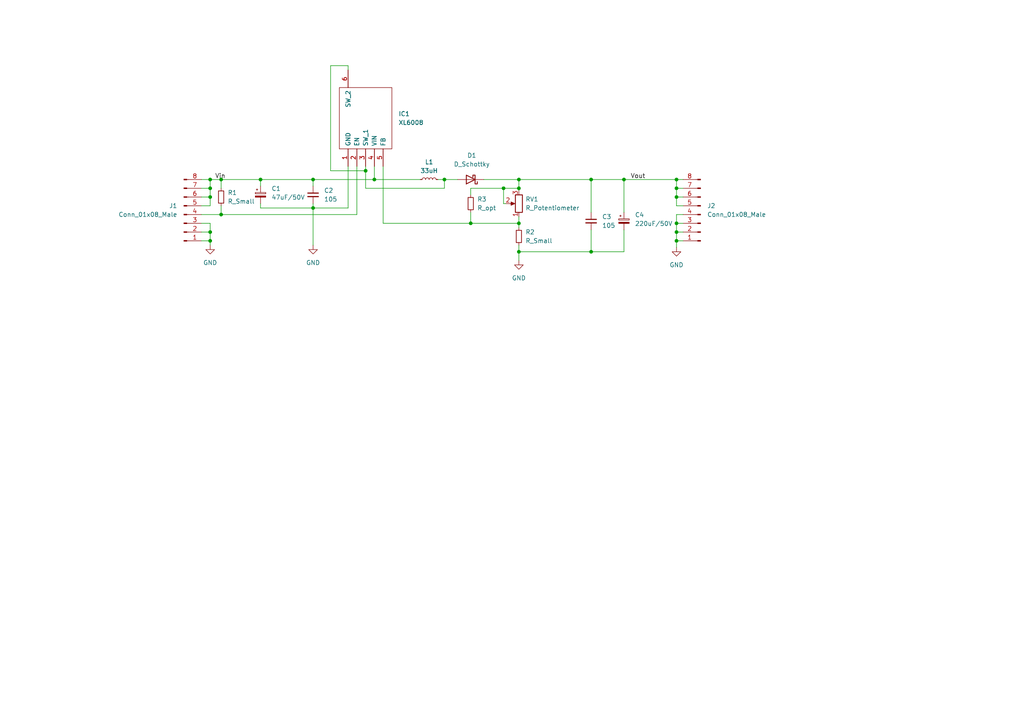
<source format=kicad_sch>
(kicad_sch (version 20211123) (generator eeschema)
  (paper "A4")
  (lib_symbols
    (symbol "Connector:Conn_01x08_Male" (pin_names (offset 1.016) hide)
      (property "Reference" "J" (at 0 10.16 0))
      (property "Value" "Conn_01x08_Male" (at 0 -12.7 0))
      (symbol "Conn_01x08_Male_1_1"
        (polyline (pts (xy 1.27 -10.16) (xy 0.8636 -10.16)) (stroke (width 0.1524)))
        (polyline (pts (xy 1.27 -7.62) (xy 0.8636 -7.62)) (stroke (width 0.1524)))
        (polyline (pts (xy 1.27 -5.08) (xy 0.8636 -5.08)) (stroke (width 0.1524)))
        (polyline (pts (xy 1.27 -2.54) (xy 0.8636 -2.54)) (stroke (width 0.1524)))
        (polyline (pts (xy 1.27 0) (xy 0.8636 0)) (stroke (width 0.1524)))
        (polyline (pts (xy 1.27 2.54) (xy 0.8636 2.54)) (stroke (width 0.1524)))
        (polyline (pts (xy 1.27 5.08) (xy 0.8636 5.08)) (stroke (width 0.1524)))
        (polyline (pts (xy 1.27 7.62) (xy 0.8636 7.62)) (stroke (width 0.1524)))
        (rectangle (start 0.8636 -10.033) (end 0 -10.287) (stroke (width 0.1524)) (fill (type outline)))
        (rectangle (start 0.8636 -7.493) (end 0 -7.747) (stroke (width 0.1524)) (fill (type outline)))
        (rectangle (start 0.8636 -4.953) (end 0 -5.207) (stroke (width 0.1524)) (fill (type outline)))
        (rectangle (start 0.8636 -2.413) (end 0 -2.667) (stroke (width 0.1524)) (fill (type outline)))
        (rectangle (start 0.8636 0.127) (end 0 -0.127) (stroke (width 0.1524)) (fill (type outline)))
        (rectangle (start 0.8636 2.667) (end 0 2.413) (stroke (width 0.1524)) (fill (type outline)))
        (rectangle (start 0.8636 5.207) (end 0 4.953) (stroke (width 0.1524)) (fill (type outline)))
        (rectangle (start 0.8636 7.747) (end 0 7.493) (stroke (width 0.1524)) (fill (type outline)))
        (pin passive line (at 5.08 7.62 180) (length 3.81) (name "Pin_1") (number "1"))
        (pin passive line (at 5.08 5.08 180) (length 3.81) (name "Pin_2") (number "2"))
        (pin passive line (at 5.08 2.54 180) (length 3.81) (name "Pin_3") (number "3"))
        (pin passive line (at 5.08 0 180) (length 3.81) (name "Pin_4") (number "4"))
        (pin passive line (at 5.08 -2.54 180) (length 3.81) (name "Pin_5") (number "5"))
        (pin passive line (at 5.08 -5.08 180) (length 3.81) (name "Pin_6") (number "6"))
        (pin passive line (at 5.08 -7.62 180) (length 3.81) (name "Pin_7") (number "7"))
        (pin passive line (at 5.08 -10.16 180) (length 3.81) (name "Pin_8") (number "8"))
      )
    )
    (symbol "Device:C_Polarized_Small" (pin_numbers hide) (pin_names (offset 0.254) hide)
      (property "Reference" "C" (at 0.254 1.778 0))
      (property "Value" "C_Polarized_Small" (at 0.254 -2.032 0))
      (symbol "C_Polarized_Small_0_1"
        (rectangle (start -1.524 -0.3048) (end 1.524 -0.6858) (fill (type outline)))
        (rectangle (start -1.524 0.6858) (end 1.524 0.3048))
        (polyline (pts (xy -1.27 1.524) (xy -0.762 1.524)))
        (polyline (pts (xy -1.016 1.27) (xy -1.016 1.778)))
      )
      (symbol "C_Polarized_Small_1_1"
        (pin passive line (at 0 2.54 270) (length 1.8542) (name "~") (number "1"))
        (pin passive line (at 0 -2.54 90) (length 1.8542) (name "~") (number "2"))
      )
    )
    (symbol "Device:C_Small" (pin_numbers hide) (pin_names (offset 0.254) hide)
      (property "Reference" "C" (at 0.254 1.778 0))
      (property "Value" "C_Small" (at 0.254 -2.032 0))
      (symbol "C_Small_0_1"
        (polyline (pts (xy -1.524 -0.508) (xy 1.524 -0.508)) (stroke (width 0.3302)))
        (polyline (pts (xy -1.524 0.508) (xy 1.524 0.508)) (stroke (width 0.3048)))
      )
      (symbol "C_Small_1_1"
        (pin passive line (at 0 2.54 270) (length 2.032) (name "~") (number "1"))
        (pin passive line (at 0 -2.54 90) (length 2.032) (name "~") (number "2"))
      )
    )
    (symbol "Device:D_Schottky" (pin_numbers hide) (pin_names (offset 1.016) hide)
      (property "Reference" "D" (at 0 2.54 0))
      (property "Value" "D_Schottky" (at 0 -2.54 0))
      (symbol "D_Schottky_0_1"
        (polyline (pts (xy 1.27 0) (xy -1.27 0)))
        (polyline (pts (xy 1.27 1.27) (xy 1.27 -1.27) (xy -1.27 0) (xy 1.27 1.27)) (stroke (width 0.254)))
        (polyline (pts (xy -1.905 0.635) (xy -1.905 1.27) (xy -1.27 1.27) (xy -1.27 -1.27) (xy -0.635 -1.27) (xy -0.635 -0.635)) (stroke (width 0.254)))
      )
      (symbol "D_Schottky_1_1"
        (pin passive line (at -3.81 0 0) (length 2.54) (name "K") (number "1"))
        (pin passive line (at 3.81 0 180) (length 2.54) (name "A") (number "2"))
      )
    )
    (symbol "Device:L_Small" (pin_numbers hide) (pin_names (offset 0.254) hide)
      (property "Reference" "L" (at 0.762 1.016 0))
      (property "Value" "L_Small" (at 0.762 -1.016 0))
      (symbol "L_Small_0_1"
        (arc (start 0 -2.032) (mid 0.508 -1.524) (end 0 -1.016))
        (arc (start 0 -1.016) (mid 0.508 -0.508) (end 0 0))
        (arc (start 0 0) (mid 0.508 0.508) (end 0 1.016))
        (arc (start 0 1.016) (mid 0.508 1.524) (end 0 2.032))
      )
      (symbol "L_Small_1_1"
        (pin passive line (at 0 2.54 270) (length 0.508) (name "~") (number "1"))
        (pin passive line (at 0 -2.54 90) (length 0.508) (name "~") (number "2"))
      )
    )
    (symbol "Device:R_Potentiometer" (pin_names (offset 1.016) hide)
      (property "Reference" "RV" (at -4.445 0 90))
      (property "Value" "R_Potentiometer" (at -2.54 0 90))
      (symbol "R_Potentiometer_0_1"
        (polyline (pts (xy 2.54 0) (xy 1.524 0)))
        (polyline (pts (xy 1.143 0) (xy 2.286 0.508) (xy 2.286 -0.508) (xy 1.143 0)) (fill (type outline)))
        (rectangle (start 1.016 2.54) (end -1.016 -2.54) (stroke (width 0.254)))
      )
      (symbol "R_Potentiometer_1_1"
        (pin passive line (at 0 3.81 270) (length 1.27) (name "1") (number "1"))
        (pin passive line (at 3.81 0 180) (length 1.27) (name "2") (number "2"))
        (pin passive line (at 0 -3.81 90) (length 1.27) (name "3") (number "3"))
      )
    )
    (symbol "Device:R_Small" (pin_numbers hide) (pin_names (offset 0.254) hide)
      (property "Reference" "R" (at 0.762 0.508 0))
      (property "Value" "R_Small" (at 0.762 -1.016 0))
      (symbol "R_Small_0_1"
        (rectangle (start -0.762 1.778) (end 0.762 -1.778) (stroke (width 0.2032)))
      )
      (symbol "R_Small_1_1"
        (pin passive line (at 0 2.54 270) (length 0.762) (name "~") (number "1"))
        (pin passive line (at 0 -2.54 90) (length 0.762) (name "~") (number "2"))
      )
    )
    (symbol "SamacSys_Parts:XL6008" (pin_names (offset 0.762))
      (property "Reference" "IC" (at 24.13 7.62 0))
      (property "Value" "XL6008" (at 24.13 5.08 0))
      (symbol "XL6008_0_0"
        (pin passive line (at 0 0 0) (length 5.08) (name "GND") (number "1"))
        (pin passive line (at 0 -2.54 0) (length 5.08) (name "EN") (number "2"))
        (pin passive line (at 0 -5.08 0) (length 5.08) (name "SW_1") (number "3"))
        (pin passive line (at 0 -7.62 0) (length 5.08) (name "VIN") (number "4"))
        (pin passive line (at 0 -10.16 0) (length 5.08) (name "FB") (number "5"))
        (pin passive line (at 27.94 0 180) (length 5.08) (name "SW_2") (number "6"))
      )
      (symbol "XL6008_0_1"
        (polyline (pts (xy 5.08 2.54) (xy 22.86 2.54) (xy 22.86 -12.7) (xy 5.08 -12.7) (xy 5.08 2.54)) (stroke (width 0.1524)))
      )
    )
    (symbol "power:GND" (power) (pin_names (offset 0))
      (property "Value" "GND" (at 0 -3.81 0))
      (symbol "GND_0_1"
        (polyline (pts (xy 0 0) (xy 0 -1.27) (xy 1.27 -1.27) (xy 0 -2.54) (xy -1.27 -1.27) (xy 0 -1.27)))
      )
      (symbol "GND_1_1"
        (pin power_in line (at 0 0 270) (length 0) hide (name "GND") (number "1"))
      )
    )
  )
  (junction (at 196.215 54.61))
  (junction (at 106.045 49.53))
  (junction (at 150.495 54.61))
  (junction (at 64.135 62.23))
  (junction (at 196.215 57.15))
  (junction (at 150.495 52.07))
  (junction (at 60.96 67.31))
  (junction (at 196.215 67.31))
  (junction (at 128.905 52.07))
  (junction (at 60.96 52.07))
  (junction (at 60.96 54.61))
  (junction (at 146.05 54.61))
  (junction (at 150.495 73.025))
  (junction (at 90.805 60.325))
  (junction (at 196.215 69.85))
  (junction (at 60.96 69.85))
  (junction (at 171.45 52.07))
  (junction (at 150.495 64.77))
  (junction (at 180.975 52.07))
  (junction (at 196.215 64.77))
  (junction (at 75.565 52.07))
  (junction (at 196.215 52.07))
  (junction (at 60.96 57.15))
  (junction (at 64.135 52.07))
  (junction (at 108.585 52.07))
  (junction (at 171.45 73.025))
  (junction (at 136.525 64.77))
  (junction (at 90.805 52.07))
  (wire (pts (xy 60.96 67.31) (xy 60.96 64.77)))
  (wire (pts (xy 150.495 64.77) (xy 136.525 64.77)))
  (wire (pts (xy 146.05 54.61) (xy 150.495 54.61)))
  (wire (pts (xy 180.975 73.025) (xy 171.45 73.025)))
  (wire (pts (xy 127 52.07) (xy 128.905 52.07)))
  (wire (pts (xy 150.495 73.025) (xy 150.495 71.12)))
  (wire (pts (xy 100.965 60.325) (xy 100.965 48.26)))
  (wire (pts (xy 103.505 62.23) (xy 103.505 48.26)))
  (wire (pts (xy 196.215 64.77) (xy 196.215 62.23)))
  (wire (pts (xy 180.975 66.675) (xy 180.975 73.025)))
  (wire (pts (xy 90.805 52.07) (xy 108.585 52.07)))
  (wire (pts (xy 196.215 54.61) (xy 198.12 54.61)))
  (wire (pts (xy 60.96 71.12) (xy 60.96 69.85)))
  (wire (pts (xy 196.215 57.15) (xy 196.215 54.61)))
  (wire (pts (xy 75.565 59.055) (xy 75.565 60.325)))
  (wire (pts (xy 136.525 64.77) (xy 111.125 64.77)))
  (wire (pts (xy 60.96 52.07) (xy 64.135 52.07)))
  (wire (pts (xy 108.585 52.07) (xy 108.585 48.26)))
  (wire (pts (xy 64.135 52.07) (xy 75.565 52.07)))
  (wire (pts (xy 171.45 52.07) (xy 180.975 52.07)))
  (wire (pts (xy 196.215 54.61) (xy 196.215 52.07)))
  (wire (pts (xy 196.215 59.69) (xy 196.215 57.15)))
  (wire (pts (xy 196.215 69.85) (xy 198.12 69.85)))
  (wire (pts (xy 75.565 60.325) (xy 90.805 60.325)))
  (wire (pts (xy 150.495 64.77) (xy 150.495 62.865)))
  (wire (pts (xy 146.05 59.055) (xy 146.05 54.61)))
  (wire (pts (xy 100.965 19.05) (xy 100.965 20.32)))
  (wire (pts (xy 60.96 57.15) (xy 60.96 54.61)))
  (wire (pts (xy 196.215 67.31) (xy 196.215 64.77)))
  (wire (pts (xy 64.135 52.07) (xy 64.135 54.61)))
  (wire (pts (xy 95.885 49.53) (xy 95.885 19.05)))
  (wire (pts (xy 150.495 52.07) (xy 140.335 52.07)))
  (wire (pts (xy 58.42 54.61) (xy 60.96 54.61)))
  (wire (pts (xy 198.12 59.69) (xy 196.215 59.69)))
  (wire (pts (xy 180.975 52.07) (xy 180.975 61.595)))
  (wire (pts (xy 58.42 57.15) (xy 60.96 57.15)))
  (wire (pts (xy 64.135 62.23) (xy 103.505 62.23)))
  (wire (pts (xy 171.45 52.07) (xy 171.45 61.595)))
  (wire (pts (xy 75.565 52.07) (xy 90.805 52.07)))
  (wire (pts (xy 60.96 52.07) (xy 60.96 54.61)))
  (wire (pts (xy 90.805 59.055) (xy 90.805 60.325)))
  (wire (pts (xy 196.215 71.755) (xy 196.215 69.85)))
  (wire (pts (xy 128.905 52.07) (xy 128.905 54.61)))
  (wire (pts (xy 58.42 69.85) (xy 60.96 69.85)))
  (wire (pts (xy 150.495 55.245) (xy 150.495 54.61)))
  (wire (pts (xy 136.525 61.595) (xy 136.525 64.77)))
  (wire (pts (xy 58.42 59.69) (xy 60.96 59.69)))
  (wire (pts (xy 128.905 54.61) (xy 106.045 54.61)))
  (wire (pts (xy 111.125 64.77) (xy 111.125 48.26)))
  (wire (pts (xy 196.215 67.31) (xy 198.12 67.31)))
  (wire (pts (xy 150.495 52.07) (xy 171.45 52.07)))
  (wire (pts (xy 196.215 69.85) (xy 196.215 67.31)))
  (wire (pts (xy 196.215 62.23) (xy 198.12 62.23)))
  (wire (pts (xy 121.92 52.07) (xy 108.585 52.07)))
  (wire (pts (xy 58.42 64.77) (xy 60.96 64.77)))
  (wire (pts (xy 106.045 49.53) (xy 106.045 48.26)))
  (wire (pts (xy 90.805 60.325) (xy 90.805 71.12)))
  (wire (pts (xy 90.805 52.07) (xy 90.805 53.975)))
  (wire (pts (xy 95.885 19.05) (xy 100.965 19.05)))
  (wire (pts (xy 75.565 53.975) (xy 75.565 52.07)))
  (wire (pts (xy 60.96 69.85) (xy 60.96 67.31)))
  (wire (pts (xy 196.215 52.07) (xy 198.12 52.07)))
  (wire (pts (xy 196.215 64.77) (xy 198.12 64.77)))
  (wire (pts (xy 196.215 57.15) (xy 198.12 57.15)))
  (wire (pts (xy 90.805 60.325) (xy 100.965 60.325)))
  (wire (pts (xy 132.715 52.07) (xy 128.905 52.07)))
  (wire (pts (xy 60.96 59.69) (xy 60.96 57.15)))
  (wire (pts (xy 58.42 62.23) (xy 64.135 62.23)))
  (wire (pts (xy 58.42 67.31) (xy 60.96 67.31)))
  (wire (pts (xy 106.045 49.53) (xy 95.885 49.53)))
  (wire (pts (xy 106.045 54.61) (xy 106.045 49.53)))
  (wire (pts (xy 64.135 59.69) (xy 64.135 62.23)))
  (wire (pts (xy 58.42 52.07) (xy 60.96 52.07)))
  (wire (pts (xy 171.45 66.675) (xy 171.45 73.025)))
  (wire (pts (xy 146.685 59.055) (xy 146.05 59.055)))
  (wire (pts (xy 136.525 54.61) (xy 146.05 54.61)))
  (wire (pts (xy 136.525 56.515) (xy 136.525 54.61)))
  (wire (pts (xy 171.45 73.025) (xy 150.495 73.025)))
  (wire (pts (xy 150.495 75.565) (xy 150.495 73.025)))
  (wire (pts (xy 150.495 66.04) (xy 150.495 64.77)))
  (wire (pts (xy 150.495 54.61) (xy 150.495 52.07)))
  (wire (pts (xy 180.975 52.07) (xy 196.215 52.07)))
  (label "Vout" (at 182.88 52.07 0))
  (label "Vin" (at 65.405 52.07 180))
  (symbol (lib_id "Connector:Conn_01x08_Male") (at 203.2 62.23 180) (unit 1)
    (property "Reference" "J2" (at 205.105 59.6899 0) (effects (justify right)))
    (property "Value" "Conn_01x08_Male" (at 205.105 62.2299 0) (effects (justify right)))
    (property "Footprint" "Connector_PinSocket_2.54mm:PinSocket_1x08_P2.54mm_Vertical" (effects hide))
  )
  (symbol (lib_id "SamacSys_Parts:XL6008") (at 100.965 48.26 90) (unit 1)
    (property "Reference" "IC1" (at 115.57 33.0199 90) (effects (justify right)))
    (property "Value" "XL6008" (at 115.57 35.5599 90) (effects (justify right)))
    (property "Footprint" "SamacSys_Parts:XL6008" (effects hide))
    (property "Datasheet" "http://www.xlsemi.com/datasheet/XL6008%20datasheet.pdf" (effects hide))
    (property "Description" "Wide 3.6V to 32V Input Voltage Range 400khz 60v 3A Switching Current Boost/Buck Boost/ Inverting DC/DC Converter" (effects hide))
    (property "Height" "2.55" (effects hide))
    (property "Manufacturer_Name" "XLSEMI" (effects hide))
    (property "Manufacturer_Part_Number" "XL6008" (effects hide))
  )
  (symbol (lib_id "Device:C_Small") (at 171.45 64.135 0) (unit 1)
    (property "Reference" "C3" (at 174.625 62.8712 0) (effects (justify left)))
    (property "Value" "105" (at 174.625 65.4112 0) (effects (justify left)))
    (property "Footprint" "Capacitor_SMD:C_0805_2012Metric_Pad1.18x1.45mm_HandSolder" (effects hide))
  )
  (symbol (lib_id "Device:R_Potentiometer") (at 150.495 59.055 180) (unit 1)
    (property "Reference" "RV1" (at 152.4 57.7849 0) (effects (justify right)))
    (property "Value" "R_Potentiometer" (at 152.4 60.3249 0) (effects (justify right)))
    (property "Footprint" "Potentiometer_THT:Potentiometer_Bourns_3296W_Vertical" (effects hide))
  )
  (symbol (lib_id "Device:C_Polarized_Small") (at 180.975 64.135 0) (unit 1)
    (property "Reference" "C4" (at 184.15 62.3188 0) (effects (justify left)))
    (property "Value" "220uF/50V" (at 184.15 64.8588 0) (effects (justify left)))
    (property "Footprint" "Capacitor_SMD:CP_Elec_6.3x5.9" (effects hide))
  )
  (symbol (lib_id "power:GND") (at 60.96 71.12 0) (unit 1)
    (property "Reference" "#PWR01" (effects hide))
    (property "Value" "GND" (at 60.96 76.2 0))
  )
  (symbol (lib_id "Device:C_Polarized_Small") (at 75.565 56.515 0) (unit 1)
    (property "Reference" "C1" (at 78.74 54.6988 0) (effects (justify left)))
    (property "Value" "47uF/50V" (at 78.74 57.2388 0) (effects (justify left)))
    (property "Footprint" "Capacitor_SMD:CP_Elec_6.3x5.9" (effects hide))
  )
  (symbol (lib_id "power:GND") (at 196.215 71.755 0) (unit 1)
    (property "Reference" "#PWR04" (effects hide))
    (property "Value" "GND" (at 196.215 76.835 0))
  )
  (symbol (lib_id "Device:R_Small") (at 136.525 59.055 0) (unit 1)
    (property "Reference" "R3" (at 138.43 57.7849 0) (effects (justify left)))
    (property "Value" "R_opt" (at 138.43 60.3249 0) (effects (justify left)))
    (property "Footprint" "Resistor_SMD:R_0805_2012Metric_Pad1.20x1.40mm_HandSolder" (effects hide))
  )
  (symbol (lib_id "power:GND") (at 150.495 75.565 0) (unit 1)
    (property "Reference" "#PWR03" (effects hide))
    (property "Value" "GND" (at 150.495 80.645 0))
  )
  (symbol (lib_id "Device:C_Small") (at 90.805 56.515 0) (unit 1)
    (property "Reference" "C2" (at 93.98 55.2512 0) (effects (justify left)))
    (property "Value" "105" (at 93.98 57.7912 0) (effects (justify left)))
    (property "Footprint" "Capacitor_SMD:C_0805_2012Metric_Pad1.18x1.45mm_HandSolder" (effects hide))
  )
  (symbol (lib_id "power:GND") (at 90.805 71.12 0) (unit 1)
    (property "Reference" "#PWR02" (effects hide))
    (property "Value" "GND" (at 90.805 76.2 0))
  )
  (symbol (lib_id "Device:R_Small") (at 150.495 68.58 0) (unit 1)
    (property "Reference" "R2" (at 152.4 67.3099 0) (effects (justify left)))
    (property "Value" "R_Small" (at 152.4 69.8499 0) (effects (justify left)))
    (property "Footprint" "Resistor_SMD:R_0805_2012Metric_Pad1.20x1.40mm_HandSolder" (effects hide))
  )
  (symbol (lib_id "Device:R_Small") (at 64.135 57.15 0) (unit 1)
    (property "Reference" "R1" (at 66.04 55.8799 0) (effects (justify left)))
    (property "Value" "R_Small" (at 66.04 58.4199 0) (effects (justify left)))
    (property "Footprint" "Resistor_SMD:R_0805_2012Metric_Pad1.20x1.40mm_HandSolder" (effects hide))
  )
  (symbol (lib_id "Device:L_Small") (at 124.46 52.07 90) (unit 1)
    (property "Reference" "L1" (at 124.46 46.99 90))
    (property "Value" "33uH" (at 124.46 49.53 90))
    (property "Footprint" "Inductor_SMD:L_10.4x10.4_H4.8" (effects hide))
  )
  (symbol (lib_id "Device:D_Schottky") (at 136.525 52.07 180) (unit 1)
    (property "Reference" "D1" (at 136.8425 45.085 0))
    (property "Value" "D_Schottky" (at 136.8425 47.625 0))
    (property "Footprint" "Diode_SMD:D_SMA-SMB_Universal_Handsoldering" (effects hide))
  )
  (symbol (lib_id "Connector:Conn_01x08_Male") (at 53.34 62.23 0) (mirror x) (unit 1)
    (property "Reference" "J1" (at 51.435 59.6899 0) (effects (justify right)))
    (property "Value" "Conn_01x08_Male" (at 51.435 62.2299 0) (effects (justify right)))
    (property "Footprint" "Connector_PinSocket_2.54mm:PinSocket_1x08_P2.54mm_Vertical" (effects hide))
  )
)
</source>
